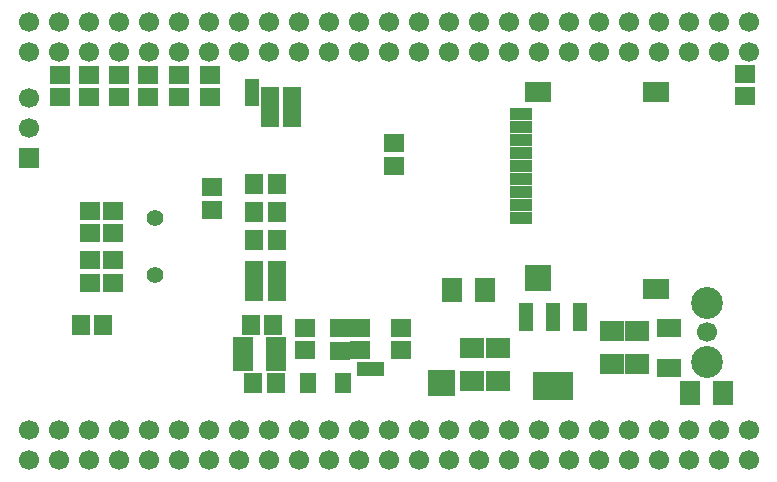
<source format=gbr>
G04 DipTrace 3.2.0.1*
G04 Íèæíÿÿìàñêà.gbr*
%MOMM*%
G04 #@! TF.FileFunction,Soldermask,Bot*
G04 #@! TF.Part,Single*
%AMOUTLINE16*
4,1,5,
-0.6,0.04142,
-0.6,-0.8,
0.6,-0.8,
0.6,0.04142,
0.0,0.64142,
-0.6,0.04142,
0*%
%AMOUTLINE19*
4,1,5,
0.6,-1.14142,
0.6,0.3,
-0.6,0.3,
-0.6,-1.14142,
0.0,-0.54142,
0.6,-1.14142,
0*%
%AMOUTLINE22*
4,1,5,
-0.04142,-0.6,
0.8,-0.6,
0.8,0.6,
-0.04142,0.6,
-0.64142,0.0,
-0.04142,-0.6,
0*%
%AMOUTLINE25*
4,1,5,
1.14142,0.6,
-0.3,0.6,
-0.3,-0.6,
1.14142,-0.6,
0.54142,0.0,
1.14142,0.6,
0*%
%AMOUTLINE28*
4,1,5,
0.04142,0.6,
-0.8,0.6,
-0.8,-0.6,
0.04142,-0.6,
0.64142,0.0,
0.04142,0.6,
0*%
%AMOUTLINE31*
4,1,5,
-1.14142,-0.6,
0.3,-0.6,
0.3,0.6,
-1.14142,0.6,
-0.54142,0.0,
-1.14142,-0.6,
0*%
%ADD41R,2.0X1.6*%
%ADD66C,1.4192*%
%ADD68R,3.45X2.35*%
%ADD70R,1.15X2.35*%
%ADD78R,1.4X1.8*%
%ADD80R,2.2X2.2*%
%ADD82R,2.2X1.8*%
%ADD83R,1.88X1.0*%
%ADD85C,2.7*%
%ADD94C,1.7*%
%ADD96R,1.7X1.7*%
%ADD99R,1.8X2.9*%
%ADD101R,2.0X1.8*%
%ADD103R,1.8X2.0*%
%ADD104R,1.5X1.7*%
%ADD106R,1.7X1.5*%
%ADD131OUTLINE16*%
%ADD134OUTLINE19*%
%ADD137OUTLINE22*%
%ADD140OUTLINE25*%
%ADD143OUTLINE28*%
%ADD146OUTLINE31*%
%FSLAX35Y35*%
G04*
G71*
G90*
G75*
G01*
G04 BotMask*
%LPD*%
D106*
X4350000Y3740000D3*
Y3930000D3*
D104*
X3360000Y3590000D3*
X3170000D3*
X3360000Y3350000D3*
X3170000D3*
D106*
X1970000Y3360000D3*
Y3170000D3*
X1780000D3*
Y3360000D3*
D104*
X3360000Y3110000D3*
X3170000D3*
D106*
X1970000Y2940000D3*
Y2750000D3*
X1780000Y2940000D3*
Y2750000D3*
D104*
X3360000Y2850000D3*
X3170000D3*
D103*
X5120000Y2690000D3*
X4840000D3*
D104*
X3360000Y2680000D3*
X3170000D3*
X3330000Y2390000D3*
X3140000D3*
X1700000D3*
X1890000D3*
D106*
X4410000Y2370000D3*
Y2180000D3*
X3600000Y2370000D3*
Y2180000D3*
D101*
X6410000Y2060000D3*
Y2340000D3*
X6200000Y2060000D3*
Y2340000D3*
D99*
X3350000Y2150000D3*
X3070000D3*
D101*
X5230000Y1920000D3*
Y2200000D3*
X5010000Y1920000D3*
Y2200000D3*
D41*
X6680000Y2370000D3*
Y2030000D3*
D96*
X1260000Y3810000D3*
D94*
Y4064000D3*
Y4318000D3*
D85*
X7000000Y2580000D3*
Y2076000D3*
D94*
Y2330000D3*
X6337000Y4708000D3*
X1257000D3*
X6337000Y4962000D3*
X6591000Y4708000D3*
Y4962000D3*
X6845000Y4708000D3*
Y4962000D3*
X7099000Y4708000D3*
Y4962000D3*
X1257000D3*
X1511000Y4708000D3*
Y4962000D3*
X1765000Y4708000D3*
Y4962000D3*
X2019000Y4708000D3*
Y4962000D3*
X2273000Y4708000D3*
Y4962000D3*
X2527000Y4708000D3*
Y4962000D3*
X2781000Y4708000D3*
Y4962000D3*
X3035000Y4708000D3*
Y4962000D3*
X3289000Y4708000D3*
Y4962000D3*
X3543000Y4708000D3*
Y4962000D3*
X3797000Y4708000D3*
Y4962000D3*
X4051000Y4708000D3*
Y4962000D3*
X4305000Y4708000D3*
Y4962000D3*
X4559000Y4708000D3*
Y4962000D3*
X4813000Y4708000D3*
Y4962000D3*
X5067000Y4708000D3*
Y4962000D3*
X5321000Y4708000D3*
Y4962000D3*
X5575000Y4708000D3*
Y4962000D3*
X5829000Y4708000D3*
Y4962000D3*
X6083000Y4708000D3*
Y4962000D3*
X7353000Y4708000D3*
Y4962000D3*
X7354000Y1500000D3*
X7100000D3*
X7354000Y1246000D3*
X1258000D3*
X7100000D3*
X6846000Y1500000D3*
Y1246000D3*
X6592000Y1500000D3*
Y1246000D3*
X6338000Y1500000D3*
Y1246000D3*
X1258000Y1500000D3*
X1512000Y1246000D3*
Y1500000D3*
X1766000Y1246000D3*
Y1500000D3*
X2020000Y1246000D3*
Y1500000D3*
X2274000Y1246000D3*
Y1500000D3*
X2528000Y1246000D3*
Y1500000D3*
X2782000Y1246000D3*
Y1500000D3*
X3036000Y1246000D3*
Y1500000D3*
X3290000Y1246000D3*
Y1500000D3*
X3544000Y1246000D3*
Y1500000D3*
X3798000Y1246000D3*
Y1500000D3*
X4052000Y1246000D3*
Y1500000D3*
X4306000Y1246000D3*
Y1500000D3*
X4560000Y1246000D3*
Y1500000D3*
X4814000Y1246000D3*
Y1500000D3*
X5068000Y1246000D3*
Y1500000D3*
X5322000Y1246000D3*
Y1500000D3*
X5576000Y1246000D3*
Y1500000D3*
X5830000Y1246000D3*
Y1500000D3*
X6084000Y1246000D3*
Y1500000D3*
D83*
X5430000Y4180000D3*
Y3300433D3*
Y3410433D3*
Y3520467D3*
Y3630433D3*
Y3740433D3*
Y3850433D3*
Y3960433D3*
Y4070467D3*
D82*
X6566313Y4362000D3*
X5566313D3*
X6566313Y2702000D3*
D80*
X5566313Y2792000D3*
D131*
X3150000Y4320000D3*
D134*
Y4440000D3*
D137*
X4790000Y1950000D3*
D140*
X4670000D3*
D137*
X4790000Y1850000D3*
D140*
X4670000D3*
D143*
X4110000Y2020000D3*
D146*
X4230000D3*
D78*
X3920000Y1900000D3*
X3620000D3*
D106*
X7320000Y4520000D3*
Y4330000D3*
X2790000Y4510000D3*
Y4320000D3*
X2530000Y4510000D3*
Y4320000D3*
X2270000Y4510000D3*
Y4320000D3*
X2020000Y4510000D3*
Y4320000D3*
X1770000Y4510000D3*
Y4320000D3*
X1520000Y4510000D3*
Y4320000D3*
D104*
X3300000D3*
X3490000D3*
X3300000Y4150000D3*
X3490000D3*
D106*
X2810000Y3560000D3*
Y3370000D3*
X4065000Y2178000D3*
Y2368000D3*
X3892000Y2177000D3*
Y2367000D3*
D104*
X3350000Y1900000D3*
X3160000D3*
D103*
X7140000Y1820000D3*
X6860000D3*
D70*
X5470000Y2460000D3*
X5700000D3*
X5930000D3*
D68*
X5700000Y1880000D3*
D66*
X2330000Y2820000D3*
Y3302600D3*
M02*

</source>
